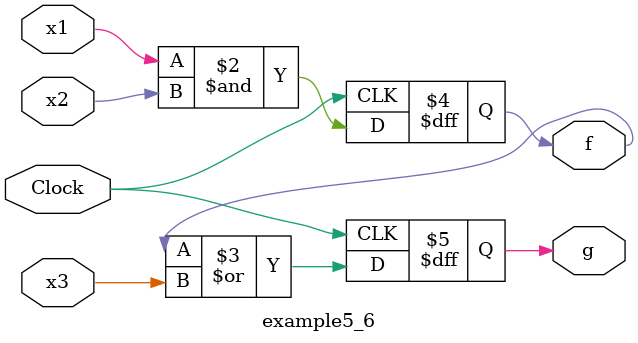
<source format=v>
module example5_6 (x1, x2, x3, Clock, f, g);
	input x1, x2, x3, Clock;
	output reg f, g;

	always @(posedge Clock)
	begin
		f <= x1 & x2;
		g <= f | x3;
	end

endmodule


</source>
